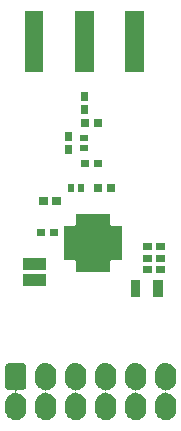
<source format=gbr>
G04 #@! TF.GenerationSoftware,KiCad,Pcbnew,(5.0.1)-3*
G04 #@! TF.CreationDate,2019-04-14T21:22:41-05:00*
G04 #@! TF.ProjectId,transceiver,7472616E736365697665722E6B696361,rev?*
G04 #@! TF.SameCoordinates,Original*
G04 #@! TF.FileFunction,Soldermask,Top*
G04 #@! TF.FilePolarity,Negative*
%FSLAX46Y46*%
G04 Gerber Fmt 4.6, Leading zero omitted, Abs format (unit mm)*
G04 Created by KiCad (PCBNEW (5.0.1)-3) date 4/14/2019 21:22:41*
%MOMM*%
%LPD*%
G01*
G04 APERTURE LIST*
%ADD10C,0.100000*%
G04 APERTURE END LIST*
D10*
G36*
X137581565Y-95788925D02*
X137595179Y-95809299D01*
X137612506Y-95826626D01*
X137632881Y-95840240D01*
X137655520Y-95849618D01*
X137679553Y-95854398D01*
X137758586Y-95862182D01*
X137885629Y-95900720D01*
X137930314Y-95914275D01*
X138088569Y-95998864D01*
X138227291Y-96112709D01*
X138311478Y-96215292D01*
X138341133Y-96251427D01*
X138341134Y-96251429D01*
X138425726Y-96409688D01*
X138443090Y-96466930D01*
X138477818Y-96581413D01*
X138491000Y-96715254D01*
X138491000Y-97284746D01*
X138477818Y-97418587D01*
X138425726Y-97590311D01*
X138425725Y-97590314D01*
X138341136Y-97748569D01*
X138227291Y-97887291D01*
X138124708Y-97971478D01*
X138088573Y-98001133D01*
X138088571Y-98001134D01*
X137930312Y-98085726D01*
X137873070Y-98103090D01*
X137758587Y-98137818D01*
X137580000Y-98155407D01*
X137401414Y-98137818D01*
X137286931Y-98103090D01*
X137229689Y-98085726D01*
X137071430Y-98001134D01*
X137071428Y-98001133D01*
X137035293Y-97971478D01*
X136932710Y-97887291D01*
X136848523Y-97784708D01*
X136818868Y-97748573D01*
X136809191Y-97730469D01*
X136734274Y-97590312D01*
X136716910Y-97533070D01*
X136682182Y-97418587D01*
X136669000Y-97284746D01*
X136669000Y-96715255D01*
X136682182Y-96581414D01*
X136734274Y-96409690D01*
X136734275Y-96409686D01*
X136818864Y-96251431D01*
X136932709Y-96112709D01*
X137035292Y-96028522D01*
X137071427Y-95998867D01*
X137089529Y-95989191D01*
X137229688Y-95914274D01*
X137286930Y-95896910D01*
X137401413Y-95862182D01*
X137480447Y-95854398D01*
X137504481Y-95849617D01*
X137527120Y-95840240D01*
X137547494Y-95826626D01*
X137564821Y-95809299D01*
X137578435Y-95788924D01*
X137580000Y-95785146D01*
X137581565Y-95788925D01*
X137581565Y-95788925D01*
G37*
G36*
X135041565Y-95788925D02*
X135055179Y-95809299D01*
X135072506Y-95826626D01*
X135092881Y-95840240D01*
X135115520Y-95849618D01*
X135139553Y-95854398D01*
X135218586Y-95862182D01*
X135345629Y-95900720D01*
X135390314Y-95914275D01*
X135548569Y-95998864D01*
X135687291Y-96112709D01*
X135771478Y-96215292D01*
X135801133Y-96251427D01*
X135801134Y-96251429D01*
X135885726Y-96409688D01*
X135903090Y-96466930D01*
X135937818Y-96581413D01*
X135951000Y-96715254D01*
X135951000Y-97284746D01*
X135937818Y-97418587D01*
X135885726Y-97590311D01*
X135885725Y-97590314D01*
X135801136Y-97748569D01*
X135687291Y-97887291D01*
X135584708Y-97971478D01*
X135548573Y-98001133D01*
X135548571Y-98001134D01*
X135390312Y-98085726D01*
X135333070Y-98103090D01*
X135218587Y-98137818D01*
X135040000Y-98155407D01*
X134861414Y-98137818D01*
X134746931Y-98103090D01*
X134689689Y-98085726D01*
X134531430Y-98001134D01*
X134531428Y-98001133D01*
X134495293Y-97971478D01*
X134392710Y-97887291D01*
X134308523Y-97784708D01*
X134278868Y-97748573D01*
X134269191Y-97730469D01*
X134194274Y-97590312D01*
X134176910Y-97533070D01*
X134142182Y-97418587D01*
X134129000Y-97284746D01*
X134129000Y-96715255D01*
X134142182Y-96581414D01*
X134194274Y-96409690D01*
X134194275Y-96409686D01*
X134278864Y-96251431D01*
X134392709Y-96112709D01*
X134495292Y-96028522D01*
X134531427Y-95998867D01*
X134549529Y-95989191D01*
X134689688Y-95914274D01*
X134746930Y-95896910D01*
X134861413Y-95862182D01*
X134940447Y-95854398D01*
X134964481Y-95849617D01*
X134987120Y-95840240D01*
X135007494Y-95826626D01*
X135024821Y-95809299D01*
X135038435Y-95788924D01*
X135040000Y-95785146D01*
X135041565Y-95788925D01*
X135041565Y-95788925D01*
G37*
G36*
X133094551Y-93317144D02*
X133168164Y-93339474D01*
X133236004Y-93375736D01*
X133295465Y-93424535D01*
X133344264Y-93483996D01*
X133380526Y-93551836D01*
X133402856Y-93625449D01*
X133411000Y-93708140D01*
X133411000Y-95211860D01*
X133402856Y-95294551D01*
X133380526Y-95368164D01*
X133344264Y-95436004D01*
X133295465Y-95495465D01*
X133236004Y-95544264D01*
X133168164Y-95580526D01*
X133094551Y-95602856D01*
X133011860Y-95611000D01*
X132672722Y-95611000D01*
X132648336Y-95613402D01*
X132624887Y-95620515D01*
X132603276Y-95632066D01*
X132584334Y-95647612D01*
X132568788Y-95666554D01*
X132557237Y-95688165D01*
X132550124Y-95711614D01*
X132547722Y-95736000D01*
X132550124Y-95760386D01*
X132557237Y-95783835D01*
X132568788Y-95805446D01*
X132584334Y-95824388D01*
X132603276Y-95839934D01*
X132624887Y-95851485D01*
X132660468Y-95860398D01*
X132678586Y-95862182D01*
X132805629Y-95900720D01*
X132850314Y-95914275D01*
X133008569Y-95998864D01*
X133147291Y-96112709D01*
X133231478Y-96215292D01*
X133261133Y-96251427D01*
X133261134Y-96251429D01*
X133345726Y-96409688D01*
X133363090Y-96466930D01*
X133397818Y-96581413D01*
X133411000Y-96715254D01*
X133411000Y-97284746D01*
X133397818Y-97418587D01*
X133345726Y-97590311D01*
X133345725Y-97590314D01*
X133261136Y-97748569D01*
X133147291Y-97887291D01*
X133044708Y-97971478D01*
X133008573Y-98001133D01*
X133008571Y-98001134D01*
X132850312Y-98085726D01*
X132793070Y-98103090D01*
X132678587Y-98137818D01*
X132500000Y-98155407D01*
X132321414Y-98137818D01*
X132206931Y-98103090D01*
X132149689Y-98085726D01*
X131991430Y-98001134D01*
X131991428Y-98001133D01*
X131955293Y-97971478D01*
X131852710Y-97887291D01*
X131768523Y-97784708D01*
X131738868Y-97748573D01*
X131729191Y-97730469D01*
X131654274Y-97590312D01*
X131636910Y-97533070D01*
X131602182Y-97418587D01*
X131589000Y-97284746D01*
X131589000Y-96715255D01*
X131602182Y-96581414D01*
X131654274Y-96409690D01*
X131654275Y-96409686D01*
X131738864Y-96251431D01*
X131852709Y-96112709D01*
X131955292Y-96028522D01*
X131991427Y-95998867D01*
X132009529Y-95989191D01*
X132149688Y-95914274D01*
X132206930Y-95896910D01*
X132321413Y-95862182D01*
X132339531Y-95860398D01*
X132363563Y-95855618D01*
X132386202Y-95846240D01*
X132406576Y-95832626D01*
X132423903Y-95815299D01*
X132437517Y-95794925D01*
X132446895Y-95772286D01*
X132451675Y-95748252D01*
X132451675Y-95723748D01*
X132446895Y-95699714D01*
X132437517Y-95677075D01*
X132423903Y-95656701D01*
X132406576Y-95639374D01*
X132386202Y-95625760D01*
X132363563Y-95616382D01*
X132327277Y-95611000D01*
X131988140Y-95611000D01*
X131905449Y-95602856D01*
X131831836Y-95580526D01*
X131763996Y-95544264D01*
X131704535Y-95495465D01*
X131655736Y-95436004D01*
X131619474Y-95368164D01*
X131597144Y-95294551D01*
X131589000Y-95211860D01*
X131589000Y-93708140D01*
X131597144Y-93625449D01*
X131619474Y-93551836D01*
X131655736Y-93483996D01*
X131704535Y-93424535D01*
X131763996Y-93375736D01*
X131831836Y-93339474D01*
X131905449Y-93317144D01*
X131988140Y-93309000D01*
X133011860Y-93309000D01*
X133094551Y-93317144D01*
X133094551Y-93317144D01*
G37*
G36*
X145201565Y-95788925D02*
X145215179Y-95809299D01*
X145232506Y-95826626D01*
X145252881Y-95840240D01*
X145275520Y-95849618D01*
X145299553Y-95854398D01*
X145378586Y-95862182D01*
X145505629Y-95900720D01*
X145550314Y-95914275D01*
X145708569Y-95998864D01*
X145847291Y-96112709D01*
X145931478Y-96215292D01*
X145961133Y-96251427D01*
X145961134Y-96251429D01*
X146045726Y-96409688D01*
X146063090Y-96466930D01*
X146097818Y-96581413D01*
X146111000Y-96715254D01*
X146111000Y-97284746D01*
X146097818Y-97418587D01*
X146045726Y-97590311D01*
X146045725Y-97590314D01*
X145961136Y-97748569D01*
X145847291Y-97887291D01*
X145744708Y-97971478D01*
X145708573Y-98001133D01*
X145708571Y-98001134D01*
X145550312Y-98085726D01*
X145493070Y-98103090D01*
X145378587Y-98137818D01*
X145200000Y-98155407D01*
X145021414Y-98137818D01*
X144906931Y-98103090D01*
X144849689Y-98085726D01*
X144691430Y-98001134D01*
X144691428Y-98001133D01*
X144655293Y-97971478D01*
X144552710Y-97887291D01*
X144468523Y-97784708D01*
X144438868Y-97748573D01*
X144429191Y-97730469D01*
X144354274Y-97590312D01*
X144336910Y-97533070D01*
X144302182Y-97418587D01*
X144289000Y-97284746D01*
X144289000Y-96715255D01*
X144302182Y-96581414D01*
X144354274Y-96409690D01*
X144354275Y-96409686D01*
X144438864Y-96251431D01*
X144552709Y-96112709D01*
X144655292Y-96028522D01*
X144691427Y-95998867D01*
X144709529Y-95989191D01*
X144849688Y-95914274D01*
X144906930Y-95896910D01*
X145021413Y-95862182D01*
X145100447Y-95854398D01*
X145124481Y-95849617D01*
X145147120Y-95840240D01*
X145167494Y-95826626D01*
X145184821Y-95809299D01*
X145198435Y-95788924D01*
X145200000Y-95785146D01*
X145201565Y-95788925D01*
X145201565Y-95788925D01*
G37*
G36*
X140121565Y-95788925D02*
X140135179Y-95809299D01*
X140152506Y-95826626D01*
X140172881Y-95840240D01*
X140195520Y-95849618D01*
X140219553Y-95854398D01*
X140298586Y-95862182D01*
X140425629Y-95900720D01*
X140470314Y-95914275D01*
X140628569Y-95998864D01*
X140767291Y-96112709D01*
X140851478Y-96215292D01*
X140881133Y-96251427D01*
X140881134Y-96251429D01*
X140965726Y-96409688D01*
X140983090Y-96466930D01*
X141017818Y-96581413D01*
X141031000Y-96715254D01*
X141031000Y-97284746D01*
X141017818Y-97418587D01*
X140965726Y-97590311D01*
X140965725Y-97590314D01*
X140881136Y-97748569D01*
X140767291Y-97887291D01*
X140664708Y-97971478D01*
X140628573Y-98001133D01*
X140628571Y-98001134D01*
X140470312Y-98085726D01*
X140413070Y-98103090D01*
X140298587Y-98137818D01*
X140120000Y-98155407D01*
X139941414Y-98137818D01*
X139826931Y-98103090D01*
X139769689Y-98085726D01*
X139611430Y-98001134D01*
X139611428Y-98001133D01*
X139575293Y-97971478D01*
X139472710Y-97887291D01*
X139388523Y-97784708D01*
X139358868Y-97748573D01*
X139349191Y-97730469D01*
X139274274Y-97590312D01*
X139256910Y-97533070D01*
X139222182Y-97418587D01*
X139209000Y-97284746D01*
X139209000Y-96715255D01*
X139222182Y-96581414D01*
X139274274Y-96409690D01*
X139274275Y-96409686D01*
X139358864Y-96251431D01*
X139472709Y-96112709D01*
X139575292Y-96028522D01*
X139611427Y-95998867D01*
X139629529Y-95989191D01*
X139769688Y-95914274D01*
X139826930Y-95896910D01*
X139941413Y-95862182D01*
X140020447Y-95854398D01*
X140044481Y-95849617D01*
X140067120Y-95840240D01*
X140087494Y-95826626D01*
X140104821Y-95809299D01*
X140118435Y-95788924D01*
X140120000Y-95785146D01*
X140121565Y-95788925D01*
X140121565Y-95788925D01*
G37*
G36*
X142661565Y-95788925D02*
X142675179Y-95809299D01*
X142692506Y-95826626D01*
X142712881Y-95840240D01*
X142735520Y-95849618D01*
X142759553Y-95854398D01*
X142838586Y-95862182D01*
X142965629Y-95900720D01*
X143010314Y-95914275D01*
X143168569Y-95998864D01*
X143307291Y-96112709D01*
X143391478Y-96215292D01*
X143421133Y-96251427D01*
X143421134Y-96251429D01*
X143505726Y-96409688D01*
X143523090Y-96466930D01*
X143557818Y-96581413D01*
X143571000Y-96715254D01*
X143571000Y-97284746D01*
X143557818Y-97418587D01*
X143505726Y-97590311D01*
X143505725Y-97590314D01*
X143421136Y-97748569D01*
X143307291Y-97887291D01*
X143204708Y-97971478D01*
X143168573Y-98001133D01*
X143168571Y-98001134D01*
X143010312Y-98085726D01*
X142953070Y-98103090D01*
X142838587Y-98137818D01*
X142660000Y-98155407D01*
X142481414Y-98137818D01*
X142366931Y-98103090D01*
X142309689Y-98085726D01*
X142151430Y-98001134D01*
X142151428Y-98001133D01*
X142115293Y-97971478D01*
X142012710Y-97887291D01*
X141928523Y-97784708D01*
X141898868Y-97748573D01*
X141889191Y-97730469D01*
X141814274Y-97590312D01*
X141796910Y-97533070D01*
X141762182Y-97418587D01*
X141749000Y-97284746D01*
X141749000Y-96715255D01*
X141762182Y-96581414D01*
X141814274Y-96409690D01*
X141814275Y-96409686D01*
X141898864Y-96251431D01*
X142012709Y-96112709D01*
X142115292Y-96028522D01*
X142151427Y-95998867D01*
X142169529Y-95989191D01*
X142309688Y-95914274D01*
X142366930Y-95896910D01*
X142481413Y-95862182D01*
X142560447Y-95854398D01*
X142584481Y-95849617D01*
X142607120Y-95840240D01*
X142627494Y-95826626D01*
X142644821Y-95809299D01*
X142658435Y-95788924D01*
X142660000Y-95785146D01*
X142661565Y-95788925D01*
X142661565Y-95788925D01*
G37*
G36*
X140298586Y-93322182D02*
X140425629Y-93360720D01*
X140470314Y-93374275D01*
X140628569Y-93458864D01*
X140767291Y-93572709D01*
X140851478Y-93675292D01*
X140881133Y-93711427D01*
X140881134Y-93711429D01*
X140965726Y-93869688D01*
X140983090Y-93926930D01*
X141017818Y-94041413D01*
X141031000Y-94175254D01*
X141031000Y-94744746D01*
X141017818Y-94878587D01*
X140965726Y-95050311D01*
X140965725Y-95050314D01*
X140881136Y-95208569D01*
X140767291Y-95347291D01*
X140664708Y-95431478D01*
X140628573Y-95461133D01*
X140628571Y-95461134D01*
X140470312Y-95545726D01*
X140413070Y-95563090D01*
X140298587Y-95597818D01*
X140219553Y-95605602D01*
X140195519Y-95610383D01*
X140172880Y-95619760D01*
X140152506Y-95633374D01*
X140135179Y-95650701D01*
X140121565Y-95671076D01*
X140120000Y-95674854D01*
X140118435Y-95671075D01*
X140104821Y-95650701D01*
X140087494Y-95633374D01*
X140067119Y-95619760D01*
X140044480Y-95610382D01*
X140020447Y-95605602D01*
X140016222Y-95605186D01*
X139941414Y-95597818D01*
X139826931Y-95563090D01*
X139769689Y-95545726D01*
X139611430Y-95461134D01*
X139611428Y-95461133D01*
X139575293Y-95431478D01*
X139472710Y-95347291D01*
X139361566Y-95211860D01*
X139358868Y-95208573D01*
X139330499Y-95155500D01*
X139274274Y-95050312D01*
X139256910Y-94993070D01*
X139222182Y-94878587D01*
X139209000Y-94744746D01*
X139209000Y-94175255D01*
X139222182Y-94041414D01*
X139274274Y-93869690D01*
X139274275Y-93869686D01*
X139358864Y-93711431D01*
X139472709Y-93572709D01*
X139575292Y-93488522D01*
X139611427Y-93458867D01*
X139642210Y-93442413D01*
X139769688Y-93374274D01*
X139826930Y-93356910D01*
X139941413Y-93322182D01*
X140120000Y-93304593D01*
X140298586Y-93322182D01*
X140298586Y-93322182D01*
G37*
G36*
X142838586Y-93322182D02*
X142965629Y-93360720D01*
X143010314Y-93374275D01*
X143168569Y-93458864D01*
X143307291Y-93572709D01*
X143391478Y-93675292D01*
X143421133Y-93711427D01*
X143421134Y-93711429D01*
X143505726Y-93869688D01*
X143523090Y-93926930D01*
X143557818Y-94041413D01*
X143571000Y-94175254D01*
X143571000Y-94744746D01*
X143557818Y-94878587D01*
X143505726Y-95050311D01*
X143505725Y-95050314D01*
X143421136Y-95208569D01*
X143307291Y-95347291D01*
X143204708Y-95431478D01*
X143168573Y-95461133D01*
X143168571Y-95461134D01*
X143010312Y-95545726D01*
X142953070Y-95563090D01*
X142838587Y-95597818D01*
X142759553Y-95605602D01*
X142735519Y-95610383D01*
X142712880Y-95619760D01*
X142692506Y-95633374D01*
X142675179Y-95650701D01*
X142661565Y-95671076D01*
X142660000Y-95674854D01*
X142658435Y-95671075D01*
X142644821Y-95650701D01*
X142627494Y-95633374D01*
X142607119Y-95619760D01*
X142584480Y-95610382D01*
X142560447Y-95605602D01*
X142556222Y-95605186D01*
X142481414Y-95597818D01*
X142366931Y-95563090D01*
X142309689Y-95545726D01*
X142151430Y-95461134D01*
X142151428Y-95461133D01*
X142115293Y-95431478D01*
X142012710Y-95347291D01*
X141901566Y-95211860D01*
X141898868Y-95208573D01*
X141870499Y-95155500D01*
X141814274Y-95050312D01*
X141796910Y-94993070D01*
X141762182Y-94878587D01*
X141749000Y-94744746D01*
X141749000Y-94175255D01*
X141762182Y-94041414D01*
X141814274Y-93869690D01*
X141814275Y-93869686D01*
X141898864Y-93711431D01*
X142012709Y-93572709D01*
X142115292Y-93488522D01*
X142151427Y-93458867D01*
X142182210Y-93442413D01*
X142309688Y-93374274D01*
X142366930Y-93356910D01*
X142481413Y-93322182D01*
X142660000Y-93304593D01*
X142838586Y-93322182D01*
X142838586Y-93322182D01*
G37*
G36*
X145378586Y-93322182D02*
X145505629Y-93360720D01*
X145550314Y-93374275D01*
X145708569Y-93458864D01*
X145847291Y-93572709D01*
X145931478Y-93675292D01*
X145961133Y-93711427D01*
X145961134Y-93711429D01*
X146045726Y-93869688D01*
X146063090Y-93926930D01*
X146097818Y-94041413D01*
X146111000Y-94175254D01*
X146111000Y-94744746D01*
X146097818Y-94878587D01*
X146045726Y-95050311D01*
X146045725Y-95050314D01*
X145961136Y-95208569D01*
X145847291Y-95347291D01*
X145744708Y-95431478D01*
X145708573Y-95461133D01*
X145708571Y-95461134D01*
X145550312Y-95545726D01*
X145493070Y-95563090D01*
X145378587Y-95597818D01*
X145299553Y-95605602D01*
X145275519Y-95610383D01*
X145252880Y-95619760D01*
X145232506Y-95633374D01*
X145215179Y-95650701D01*
X145201565Y-95671076D01*
X145200000Y-95674854D01*
X145198435Y-95671075D01*
X145184821Y-95650701D01*
X145167494Y-95633374D01*
X145147119Y-95619760D01*
X145124480Y-95610382D01*
X145100447Y-95605602D01*
X145096222Y-95605186D01*
X145021414Y-95597818D01*
X144906931Y-95563090D01*
X144849689Y-95545726D01*
X144691430Y-95461134D01*
X144691428Y-95461133D01*
X144655293Y-95431478D01*
X144552710Y-95347291D01*
X144441566Y-95211860D01*
X144438868Y-95208573D01*
X144410499Y-95155500D01*
X144354274Y-95050312D01*
X144336910Y-94993070D01*
X144302182Y-94878587D01*
X144289000Y-94744746D01*
X144289000Y-94175255D01*
X144302182Y-94041414D01*
X144354274Y-93869690D01*
X144354275Y-93869686D01*
X144438864Y-93711431D01*
X144552709Y-93572709D01*
X144655292Y-93488522D01*
X144691427Y-93458867D01*
X144722210Y-93442413D01*
X144849688Y-93374274D01*
X144906930Y-93356910D01*
X145021413Y-93322182D01*
X145200000Y-93304593D01*
X145378586Y-93322182D01*
X145378586Y-93322182D01*
G37*
G36*
X137758586Y-93322182D02*
X137885629Y-93360720D01*
X137930314Y-93374275D01*
X138088569Y-93458864D01*
X138227291Y-93572709D01*
X138311478Y-93675292D01*
X138341133Y-93711427D01*
X138341134Y-93711429D01*
X138425726Y-93869688D01*
X138443090Y-93926930D01*
X138477818Y-94041413D01*
X138491000Y-94175254D01*
X138491000Y-94744746D01*
X138477818Y-94878587D01*
X138425726Y-95050311D01*
X138425725Y-95050314D01*
X138341136Y-95208569D01*
X138227291Y-95347291D01*
X138124708Y-95431478D01*
X138088573Y-95461133D01*
X138088571Y-95461134D01*
X137930312Y-95545726D01*
X137873070Y-95563090D01*
X137758587Y-95597818D01*
X137679553Y-95605602D01*
X137655519Y-95610383D01*
X137632880Y-95619760D01*
X137612506Y-95633374D01*
X137595179Y-95650701D01*
X137581565Y-95671076D01*
X137580000Y-95674854D01*
X137578435Y-95671075D01*
X137564821Y-95650701D01*
X137547494Y-95633374D01*
X137527119Y-95619760D01*
X137504480Y-95610382D01*
X137480447Y-95605602D01*
X137476222Y-95605186D01*
X137401414Y-95597818D01*
X137286931Y-95563090D01*
X137229689Y-95545726D01*
X137071430Y-95461134D01*
X137071428Y-95461133D01*
X137035293Y-95431478D01*
X136932710Y-95347291D01*
X136821566Y-95211860D01*
X136818868Y-95208573D01*
X136790499Y-95155500D01*
X136734274Y-95050312D01*
X136716910Y-94993070D01*
X136682182Y-94878587D01*
X136669000Y-94744746D01*
X136669000Y-94175255D01*
X136682182Y-94041414D01*
X136734274Y-93869690D01*
X136734275Y-93869686D01*
X136818864Y-93711431D01*
X136932709Y-93572709D01*
X137035292Y-93488522D01*
X137071427Y-93458867D01*
X137102210Y-93442413D01*
X137229688Y-93374274D01*
X137286930Y-93356910D01*
X137401413Y-93322182D01*
X137580000Y-93304593D01*
X137758586Y-93322182D01*
X137758586Y-93322182D01*
G37*
G36*
X135218586Y-93322182D02*
X135345629Y-93360720D01*
X135390314Y-93374275D01*
X135548569Y-93458864D01*
X135687291Y-93572709D01*
X135771478Y-93675292D01*
X135801133Y-93711427D01*
X135801134Y-93711429D01*
X135885726Y-93869688D01*
X135903090Y-93926930D01*
X135937818Y-94041413D01*
X135951000Y-94175254D01*
X135951000Y-94744746D01*
X135937818Y-94878587D01*
X135885726Y-95050311D01*
X135885725Y-95050314D01*
X135801136Y-95208569D01*
X135687291Y-95347291D01*
X135584708Y-95431478D01*
X135548573Y-95461133D01*
X135548571Y-95461134D01*
X135390312Y-95545726D01*
X135333070Y-95563090D01*
X135218587Y-95597818D01*
X135139553Y-95605602D01*
X135115519Y-95610383D01*
X135092880Y-95619760D01*
X135072506Y-95633374D01*
X135055179Y-95650701D01*
X135041565Y-95671076D01*
X135040000Y-95674854D01*
X135038435Y-95671075D01*
X135024821Y-95650701D01*
X135007494Y-95633374D01*
X134987119Y-95619760D01*
X134964480Y-95610382D01*
X134940447Y-95605602D01*
X134936222Y-95605186D01*
X134861414Y-95597818D01*
X134746931Y-95563090D01*
X134689689Y-95545726D01*
X134531430Y-95461134D01*
X134531428Y-95461133D01*
X134495293Y-95431478D01*
X134392710Y-95347291D01*
X134281566Y-95211860D01*
X134278868Y-95208573D01*
X134250499Y-95155500D01*
X134194274Y-95050312D01*
X134176910Y-94993070D01*
X134142182Y-94878587D01*
X134129000Y-94744746D01*
X134129000Y-94175255D01*
X134142182Y-94041414D01*
X134194274Y-93869690D01*
X134194275Y-93869686D01*
X134278864Y-93711431D01*
X134392709Y-93572709D01*
X134495292Y-93488522D01*
X134531427Y-93458867D01*
X134562210Y-93442413D01*
X134689688Y-93374274D01*
X134746930Y-93356910D01*
X134861413Y-93322182D01*
X135040000Y-93304593D01*
X135218586Y-93322182D01*
X135218586Y-93322182D01*
G37*
G36*
X144961000Y-87691000D02*
X144159000Y-87691000D01*
X144159000Y-86289000D01*
X144961000Y-86289000D01*
X144961000Y-87691000D01*
X144961000Y-87691000D01*
G37*
G36*
X143061000Y-87691000D02*
X142259000Y-87691000D01*
X142259000Y-86289000D01*
X143061000Y-86289000D01*
X143061000Y-87691000D01*
X143061000Y-87691000D01*
G37*
G36*
X135101000Y-86826000D02*
X133099000Y-86826000D01*
X133099000Y-85824000D01*
X135101000Y-85824000D01*
X135101000Y-86826000D01*
X135101000Y-86826000D01*
G37*
G36*
X145121000Y-85731000D02*
X144419000Y-85731000D01*
X144419000Y-85129000D01*
X145121000Y-85129000D01*
X145121000Y-85731000D01*
X145121000Y-85731000D01*
G37*
G36*
X144021000Y-85731000D02*
X143319000Y-85731000D01*
X143319000Y-85129000D01*
X144021000Y-85129000D01*
X144021000Y-85731000D01*
X144021000Y-85731000D01*
G37*
G36*
X140501000Y-81574000D02*
X140503402Y-81598386D01*
X140510515Y-81621835D01*
X140522066Y-81643446D01*
X140537612Y-81662388D01*
X140556554Y-81677934D01*
X140578165Y-81689485D01*
X140601614Y-81696598D01*
X140626000Y-81699000D01*
X141476000Y-81699000D01*
X141476000Y-84601000D01*
X140626000Y-84601000D01*
X140601614Y-84603402D01*
X140578165Y-84610515D01*
X140556554Y-84622066D01*
X140537612Y-84637612D01*
X140522066Y-84656554D01*
X140510515Y-84678165D01*
X140503402Y-84701614D01*
X140501000Y-84726000D01*
X140501000Y-85576000D01*
X137599000Y-85576000D01*
X137599000Y-84726000D01*
X137596598Y-84701614D01*
X137589485Y-84678165D01*
X137577934Y-84656554D01*
X137562388Y-84637612D01*
X137543446Y-84622066D01*
X137521835Y-84610515D01*
X137498386Y-84603402D01*
X137474000Y-84601000D01*
X136624000Y-84601000D01*
X136624000Y-81699000D01*
X137474000Y-81699000D01*
X137498386Y-81696598D01*
X137521835Y-81689485D01*
X137543446Y-81677934D01*
X137562388Y-81662388D01*
X137577934Y-81643446D01*
X137589485Y-81621835D01*
X137596598Y-81598386D01*
X137599000Y-81574000D01*
X137599000Y-80724000D01*
X140501000Y-80724000D01*
X140501000Y-81574000D01*
X140501000Y-81574000D01*
G37*
G36*
X135101000Y-85426000D02*
X133099000Y-85426000D01*
X133099000Y-84424000D01*
X135101000Y-84424000D01*
X135101000Y-85426000D01*
X135101000Y-85426000D01*
G37*
G36*
X144021000Y-84741000D02*
X143319000Y-84741000D01*
X143319000Y-84139000D01*
X144021000Y-84139000D01*
X144021000Y-84741000D01*
X144021000Y-84741000D01*
G37*
G36*
X145121000Y-84741000D02*
X144419000Y-84741000D01*
X144419000Y-84139000D01*
X145121000Y-84139000D01*
X145121000Y-84741000D01*
X145121000Y-84741000D01*
G37*
G36*
X144021000Y-83751000D02*
X143319000Y-83751000D01*
X143319000Y-83149000D01*
X144021000Y-83149000D01*
X144021000Y-83751000D01*
X144021000Y-83751000D01*
G37*
G36*
X145121000Y-83751000D02*
X144419000Y-83751000D01*
X144419000Y-83149000D01*
X145121000Y-83149000D01*
X145121000Y-83751000D01*
X145121000Y-83751000D01*
G37*
G36*
X136101000Y-82601000D02*
X135399000Y-82601000D01*
X135399000Y-81999000D01*
X136101000Y-81999000D01*
X136101000Y-82601000D01*
X136101000Y-82601000D01*
G37*
G36*
X135001000Y-82601000D02*
X134299000Y-82601000D01*
X134299000Y-81999000D01*
X135001000Y-81999000D01*
X135001000Y-82601000D01*
X135001000Y-82601000D01*
G37*
G36*
X135201000Y-79901000D02*
X134499000Y-79901000D01*
X134499000Y-79299000D01*
X135201000Y-79299000D01*
X135201000Y-79901000D01*
X135201000Y-79901000D01*
G37*
G36*
X136301000Y-79901000D02*
X135599000Y-79901000D01*
X135599000Y-79299000D01*
X136301000Y-79299000D01*
X136301000Y-79901000D01*
X136301000Y-79901000D01*
G37*
G36*
X138301000Y-78826000D02*
X137799000Y-78826000D01*
X137799000Y-78124000D01*
X138301000Y-78124000D01*
X138301000Y-78826000D01*
X138301000Y-78826000D01*
G37*
G36*
X137401000Y-78826000D02*
X136899000Y-78826000D01*
X136899000Y-78124000D01*
X137401000Y-78124000D01*
X137401000Y-78826000D01*
X137401000Y-78826000D01*
G37*
G36*
X140901000Y-78801000D02*
X140199000Y-78801000D01*
X140199000Y-78199000D01*
X140901000Y-78199000D01*
X140901000Y-78801000D01*
X140901000Y-78801000D01*
G37*
G36*
X139801000Y-78801000D02*
X139099000Y-78801000D01*
X139099000Y-78199000D01*
X139801000Y-78199000D01*
X139801000Y-78801000D01*
X139801000Y-78801000D01*
G37*
G36*
X139801000Y-76701000D02*
X139099000Y-76701000D01*
X139099000Y-76099000D01*
X139801000Y-76099000D01*
X139801000Y-76701000D01*
X139801000Y-76701000D01*
G37*
G36*
X138701000Y-76701000D02*
X137999000Y-76701000D01*
X137999000Y-76099000D01*
X138701000Y-76099000D01*
X138701000Y-76701000D01*
X138701000Y-76701000D01*
G37*
G36*
X137301000Y-75601000D02*
X136699000Y-75601000D01*
X136699000Y-74899000D01*
X137301000Y-74899000D01*
X137301000Y-75601000D01*
X137301000Y-75601000D01*
G37*
G36*
X138651000Y-75401000D02*
X137949000Y-75401000D01*
X137949000Y-74899000D01*
X138651000Y-74899000D01*
X138651000Y-75401000D01*
X138651000Y-75401000D01*
G37*
G36*
X138651000Y-74501000D02*
X137949000Y-74501000D01*
X137949000Y-73999000D01*
X138651000Y-73999000D01*
X138651000Y-74501000D01*
X138651000Y-74501000D01*
G37*
G36*
X137301000Y-74501000D02*
X136699000Y-74501000D01*
X136699000Y-73799000D01*
X137301000Y-73799000D01*
X137301000Y-74501000D01*
X137301000Y-74501000D01*
G37*
G36*
X139801000Y-73301000D02*
X139099000Y-73301000D01*
X139099000Y-72699000D01*
X139801000Y-72699000D01*
X139801000Y-73301000D01*
X139801000Y-73301000D01*
G37*
G36*
X138701000Y-73301000D02*
X137999000Y-73301000D01*
X137999000Y-72699000D01*
X138701000Y-72699000D01*
X138701000Y-73301000D01*
X138701000Y-73301000D01*
G37*
G36*
X138601000Y-72201000D02*
X137999000Y-72201000D01*
X137999000Y-71499000D01*
X138601000Y-71499000D01*
X138601000Y-72201000D01*
X138601000Y-72201000D01*
G37*
G36*
X138601000Y-71101000D02*
X137999000Y-71101000D01*
X137999000Y-70399000D01*
X138601000Y-70399000D01*
X138601000Y-71101000D01*
X138601000Y-71101000D01*
G37*
G36*
X143351000Y-68691000D02*
X141749000Y-68691000D01*
X141749000Y-63509000D01*
X143351000Y-63509000D01*
X143351000Y-68691000D01*
X143351000Y-68691000D01*
G37*
G36*
X134851000Y-68691000D02*
X133249000Y-68691000D01*
X133249000Y-63509000D01*
X134851000Y-63509000D01*
X134851000Y-68691000D01*
X134851000Y-68691000D01*
G37*
G36*
X139101000Y-68691000D02*
X137499000Y-68691000D01*
X137499000Y-63509000D01*
X139101000Y-63509000D01*
X139101000Y-68691000D01*
X139101000Y-68691000D01*
G37*
M02*

</source>
